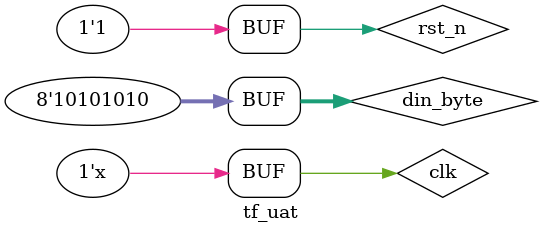
<source format=v>

`timescale 1ps/1ps
module tf_uat();

// DATE:     09:10:44 11/15/2006 
// MODULE:   uat_top
// DESIGN:   uat_top
// FILENAME: tf_uat.v
// PROJECT:  UART_Enable
// VERSION:  


// Inputs
    reg clk;
    reg rst_n;
    reg enable;
    reg din_rdy;
    reg [7:0] din_byte;


// Outputs
    wire ser_out;
    wire uart_ready;
    wire [3:0] shift_count;
   reg [3:0] count;


// Bidirs


// Instantiate the UUT
    uat_top uut (
        .clk(clk), 
        .rst_n(rst_n), 
        .enable(enable), 
        .din_rdy(din_rdy), 
        .din_byte(din_byte), 
        .ser_out(ser_out), 
        .uart_ready(uart_ready),
	   .shift_count(shift_count)
        );


// Initialize Inputs

        initial 
	   begin
            clk = 0;
            rst_n = 0;
            enable =0 ;
            din_rdy = 0;
            din_byte = 8'haa;
		  #10_000 rst_n = 0;
        	  #10_000 rst_n = 1;

	    end

always 
#25431 clk = ~clk;

always @(posedge clk or negedge rst_n)
if(~rst_n)
din_rdy<=0;
else if (enable)
begin
if (count==9)
din_rdy<=1;
else 
din_rdy<=0;
end


always @(posedge clk or negedge rst_n)
if(~rst_n)
count<=0;
else if (enable) 
count<=count+1;

reg [10:0] counte;
always @(negedge clk or negedge rst_n)
if(~rst_n)
counte<=0;
else  
counte<=counte+1;

always @(counte)
if(counte==11'h7ff)
enable=1;
else
enable=0;



endmodule


</source>
